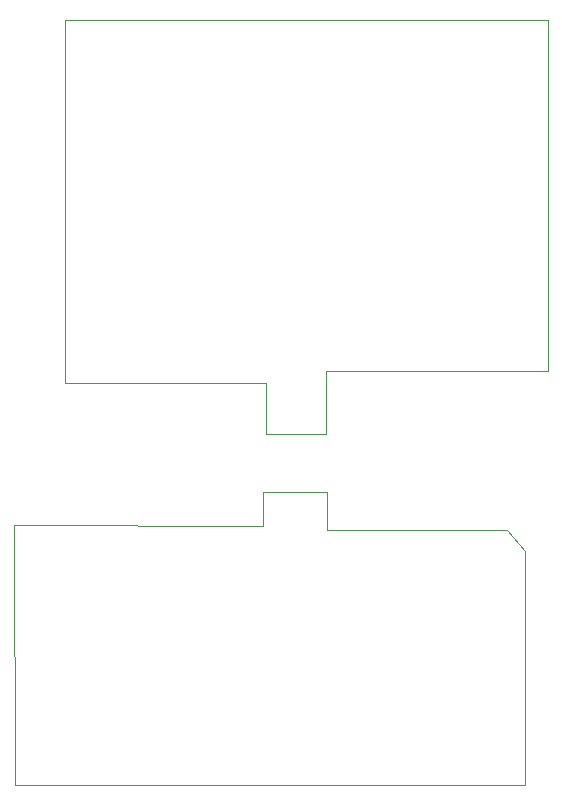
<source format=gbr>
G04 #@! TF.GenerationSoftware,KiCad,Pcbnew,6.0.7-f9a2dced07~116~ubuntu20.04.1*
G04 #@! TF.CreationDate,2022-08-19T20:43:36+02:00*
G04 #@! TF.ProjectId,sboxnet-booster,73626f78-6e65-4742-9d62-6f6f73746572,rev?*
G04 #@! TF.SameCoordinates,Original*
G04 #@! TF.FileFunction,Legend,Bot*
G04 #@! TF.FilePolarity,Positive*
%FSLAX46Y46*%
G04 Gerber Fmt 4.6, Leading zero omitted, Abs format (unit mm)*
G04 Created by KiCad (PCBNEW 6.0.7-f9a2dced07~116~ubuntu20.04.1) date 2022-08-19 20:43:36*
%MOMM*%
%LPD*%
G01*
G04 APERTURE LIST*
%ADD10C,0.120000*%
G04 APERTURE END LIST*
D10*
X110490000Y-94742000D02*
X129286000Y-94742000D01*
X129286000Y-94742000D02*
X129286000Y-65024000D01*
X110600000Y-108190000D02*
X125840000Y-108190000D01*
X110490000Y-100076000D02*
X110490000Y-94742000D01*
X110620000Y-105010000D02*
X110600000Y-108190000D01*
X84210000Y-129800000D02*
X84100000Y-107800000D01*
X105210000Y-105010000D02*
X110620000Y-105010000D01*
X105410000Y-100076000D02*
X110490000Y-100076000D01*
X125840000Y-108190000D02*
X127340000Y-109970000D01*
X129286000Y-65024000D02*
X88392000Y-65024000D01*
X127340000Y-109970000D02*
X127360000Y-129790000D01*
X105200000Y-107880000D02*
X105210000Y-105010000D01*
X127360000Y-129790000D02*
X84210000Y-129800000D01*
X105410000Y-95758000D02*
X105410000Y-100076000D01*
X88392000Y-65024000D02*
X88392000Y-95758000D01*
X84100000Y-107800000D02*
X105200000Y-107880000D01*
X88392000Y-95758000D02*
X105410000Y-95758000D01*
M02*

</source>
